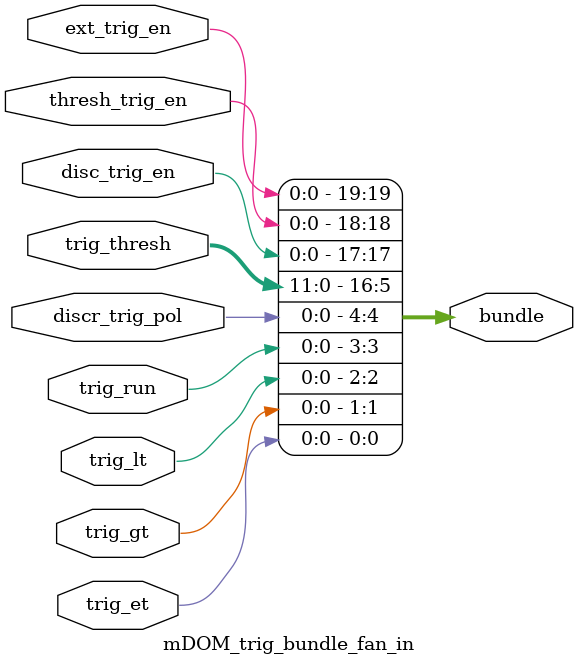
<source format=v>
module mDOM_trig_bundle_fan_in
  (
   bundle,
   trig_et,
   trig_gt,
   trig_lt,
   trig_run,
   discr_trig_pol,
   trig_thresh,
   disc_trig_en,
   thresh_trig_en,
   ext_trig_en
  );

`include "mDOM_trig_bundle_inc.v"

   output [19:0] bundle;
   input [0:0] trig_et;
   input [0:0] trig_gt;
   input [0:0] trig_lt;
   input [0:0] trig_run;
   input [0:0] discr_trig_pol;
   input [11:0] trig_thresh;
   input [0:0] disc_trig_en;
   input [0:0] thresh_trig_en;
   input [0:0] ext_trig_en;

assign bundle[0:0] = trig_et;
assign bundle[1:1] = trig_gt;
assign bundle[2:2] = trig_lt;
assign bundle[3:3] = trig_run;
assign bundle[4:4] = discr_trig_pol;
assign bundle[16:5] = trig_thresh;
assign bundle[17:17] = disc_trig_en;
assign bundle[18:18] = thresh_trig_en;
assign bundle[19:19] = ext_trig_en;


endmodule

</source>
